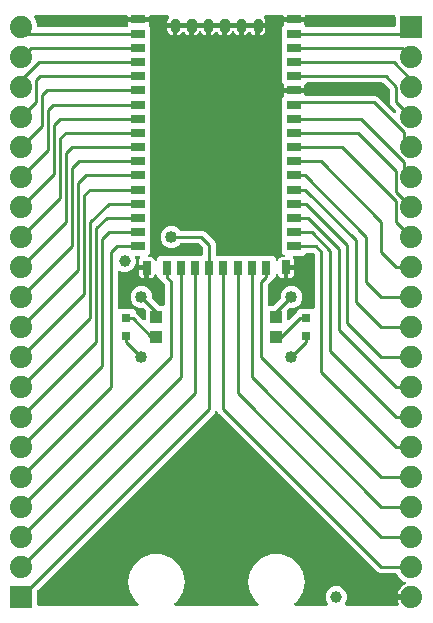
<source format=gbr>
G04 EAGLE Gerber RS-274X export*
G75*
%MOMM*%
%FSLAX34Y34*%
%LPD*%
%INTop Copper*%
%IPPOS*%
%AMOC8*
5,1,8,0,0,1.08239X$1,22.5*%
G01*
%ADD10R,1.200000X0.800000*%
%ADD11R,0.800000X1.200000*%
%ADD12C,0.600000*%
%ADD13R,0.800000X0.800000*%
%ADD14R,1.879600X1.879600*%
%ADD15C,1.879600*%
%ADD16R,1.000000X1.100000*%
%ADD17C,1.000000*%
%ADD18C,1.016000*%
%ADD19C,0.254000*%

G36*
X126551Y297482D02*
X126551Y297482D01*
X126703Y297492D01*
X126709Y297494D01*
X126716Y297494D01*
X126861Y297543D01*
X127005Y297590D01*
X127011Y297593D01*
X127018Y297596D01*
X127145Y297678D01*
X127274Y297760D01*
X127279Y297765D01*
X127284Y297769D01*
X127388Y297881D01*
X127492Y297992D01*
X127495Y297998D01*
X127500Y298003D01*
X127572Y298137D01*
X127646Y298270D01*
X127647Y298277D01*
X127650Y298283D01*
X127687Y298431D01*
X127725Y298578D01*
X127726Y298587D01*
X127727Y298591D01*
X127727Y298602D01*
X127735Y298739D01*
X127735Y299384D01*
X130116Y301765D01*
X165196Y301765D01*
X165314Y301780D01*
X165433Y301787D01*
X165471Y301800D01*
X165512Y301805D01*
X165622Y301848D01*
X165735Y301885D01*
X165770Y301907D01*
X165807Y301922D01*
X165903Y301991D01*
X166004Y302055D01*
X166032Y302085D01*
X166065Y302108D01*
X166141Y302200D01*
X166222Y302287D01*
X166242Y302322D01*
X166267Y302353D01*
X166318Y302461D01*
X166376Y302565D01*
X166386Y302605D01*
X166403Y302641D01*
X166425Y302758D01*
X166455Y302873D01*
X166459Y302933D01*
X166463Y302953D01*
X166461Y302974D01*
X166465Y303034D01*
X166465Y308065D01*
X166453Y308163D01*
X166450Y308262D01*
X166433Y308320D01*
X166425Y308380D01*
X166389Y308472D01*
X166361Y308567D01*
X166331Y308619D01*
X166308Y308676D01*
X166250Y308756D01*
X166200Y308841D01*
X166134Y308917D01*
X166122Y308933D01*
X166112Y308941D01*
X166094Y308962D01*
X163262Y311794D01*
X163184Y311854D01*
X163112Y311922D01*
X163059Y311951D01*
X163011Y311988D01*
X162920Y312028D01*
X162833Y312076D01*
X162775Y312091D01*
X162719Y312115D01*
X162621Y312130D01*
X162525Y312155D01*
X162425Y312161D01*
X162405Y312165D01*
X162393Y312163D01*
X162365Y312165D01*
X147824Y312165D01*
X147725Y312153D01*
X147626Y312150D01*
X147568Y312133D01*
X147508Y312125D01*
X147416Y312089D01*
X147321Y312061D01*
X147269Y312031D01*
X147212Y312008D01*
X147132Y311950D01*
X147047Y311900D01*
X146972Y311834D01*
X146955Y311822D01*
X146947Y311812D01*
X146926Y311794D01*
X144880Y309747D01*
X141519Y308355D01*
X137881Y308355D01*
X134520Y309747D01*
X131947Y312320D01*
X130555Y315681D01*
X130555Y319319D01*
X131947Y322680D01*
X134520Y325253D01*
X137881Y326645D01*
X141519Y326645D01*
X144880Y325253D01*
X146926Y323206D01*
X147004Y323146D01*
X147076Y323078D01*
X147129Y323049D01*
X147177Y323012D01*
X147268Y322972D01*
X147355Y322924D01*
X147414Y322909D01*
X147469Y322885D01*
X147567Y322870D01*
X147663Y322845D01*
X147763Y322839D01*
X147783Y322835D01*
X147796Y322837D01*
X147824Y322835D01*
X166161Y322835D01*
X168122Y322023D01*
X176323Y313822D01*
X177135Y311861D01*
X177135Y303034D01*
X177150Y302916D01*
X177157Y302797D01*
X177170Y302759D01*
X177175Y302718D01*
X177218Y302608D01*
X177255Y302495D01*
X177277Y302460D01*
X177292Y302423D01*
X177361Y302327D01*
X177425Y302226D01*
X177455Y302198D01*
X177478Y302165D01*
X177570Y302089D01*
X177657Y302008D01*
X177692Y301988D01*
X177723Y301963D01*
X177831Y301912D01*
X177935Y301854D01*
X177975Y301844D01*
X178011Y301827D01*
X178128Y301805D01*
X178243Y301775D01*
X178303Y301771D01*
X178323Y301767D01*
X178344Y301769D01*
X178404Y301765D01*
X225484Y301765D01*
X227865Y299384D01*
X227865Y298839D01*
X227884Y298687D01*
X227901Y298536D01*
X227904Y298530D01*
X227905Y298523D01*
X227961Y298381D01*
X228015Y298239D01*
X228019Y298234D01*
X228022Y298228D01*
X228111Y298104D01*
X228199Y297980D01*
X228204Y297976D01*
X228208Y297970D01*
X228326Y297873D01*
X228442Y297775D01*
X228448Y297772D01*
X228453Y297767D01*
X228590Y297703D01*
X228728Y297636D01*
X228735Y297635D01*
X228741Y297632D01*
X228889Y297604D01*
X229040Y297573D01*
X229047Y297573D01*
X229053Y297572D01*
X229205Y297582D01*
X229358Y297589D01*
X229364Y297591D01*
X229371Y297592D01*
X229515Y297639D01*
X229661Y297684D01*
X229667Y297688D01*
X229673Y297690D01*
X229802Y297771D01*
X229932Y297852D01*
X229936Y297856D01*
X229942Y297860D01*
X230047Y297971D01*
X230152Y298081D01*
X230155Y298087D01*
X230160Y298092D01*
X230234Y298225D01*
X230309Y298358D01*
X230311Y298366D01*
X230314Y298370D01*
X230316Y298381D01*
X230360Y298510D01*
X230432Y298781D01*
X230767Y299360D01*
X231240Y299833D01*
X231819Y300168D01*
X232466Y300341D01*
X234347Y300341D01*
X234484Y300358D01*
X234623Y300371D01*
X234642Y300378D01*
X234662Y300381D01*
X234791Y300432D01*
X234922Y300479D01*
X234939Y300490D01*
X234958Y300498D01*
X235070Y300579D01*
X235185Y300657D01*
X235199Y300673D01*
X235215Y300684D01*
X235304Y300792D01*
X235396Y300896D01*
X235405Y300914D01*
X235418Y300929D01*
X235477Y301055D01*
X235540Y301179D01*
X235545Y301199D01*
X235554Y301217D01*
X235580Y301354D01*
X235610Y301489D01*
X235610Y301510D01*
X235613Y301529D01*
X235605Y301668D01*
X235600Y301807D01*
X235595Y301827D01*
X235594Y301847D01*
X235551Y301979D01*
X235512Y302113D01*
X235502Y302130D01*
X235496Y302149D01*
X235421Y302267D01*
X235351Y302387D01*
X235332Y302408D01*
X235325Y302418D01*
X235310Y302432D01*
X235244Y302507D01*
X233735Y304016D01*
X233735Y435384D01*
X234888Y436536D01*
X234948Y436614D01*
X235016Y436686D01*
X235045Y436739D01*
X235082Y436787D01*
X235122Y436878D01*
X235170Y436965D01*
X235185Y437023D01*
X235209Y437079D01*
X235224Y437177D01*
X235249Y437273D01*
X235255Y437373D01*
X235259Y437393D01*
X235257Y437405D01*
X235259Y437433D01*
X235259Y439701D01*
X243070Y439701D01*
X243188Y439716D01*
X243307Y439723D01*
X243345Y439735D01*
X243385Y439741D01*
X243496Y439784D01*
X243609Y439821D01*
X243643Y439843D01*
X243681Y439858D01*
X243777Y439927D01*
X243794Y439938D01*
X243818Y439924D01*
X243850Y439899D01*
X243957Y439848D01*
X244062Y439790D01*
X244101Y439780D01*
X244137Y439763D01*
X244254Y439741D01*
X244370Y439711D01*
X244430Y439707D01*
X244450Y439703D01*
X244470Y439705D01*
X244530Y439701D01*
X252341Y439701D01*
X252341Y438404D01*
X252356Y438286D01*
X252363Y438167D01*
X252375Y438129D01*
X252381Y438088D01*
X252424Y437978D01*
X252461Y437865D01*
X252483Y437830D01*
X252498Y437793D01*
X252567Y437697D01*
X252631Y437596D01*
X252661Y437568D01*
X252684Y437535D01*
X252776Y437459D01*
X252863Y437378D01*
X252898Y437358D01*
X252929Y437333D01*
X253037Y437282D01*
X253141Y437224D01*
X253181Y437214D01*
X253217Y437197D01*
X253334Y437175D01*
X253449Y437145D01*
X253509Y437141D01*
X253529Y437137D01*
X253550Y437139D01*
X253610Y437135D01*
X312211Y437135D01*
X314172Y436323D01*
X327883Y422611D01*
X327922Y422581D01*
X327956Y422544D01*
X328047Y422484D01*
X328134Y422417D01*
X328180Y422397D01*
X328221Y422369D01*
X328325Y422334D01*
X328426Y422290D01*
X328475Y422282D01*
X328522Y422266D01*
X328631Y422258D01*
X328740Y422240D01*
X328790Y422245D01*
X328839Y422241D01*
X328947Y422260D01*
X329057Y422270D01*
X329104Y422287D01*
X329153Y422295D01*
X329253Y422341D01*
X329356Y422378D01*
X329397Y422406D01*
X329443Y422426D01*
X329528Y422495D01*
X329619Y422556D01*
X329652Y422594D01*
X329691Y422625D01*
X329757Y422712D01*
X329830Y422795D01*
X329852Y422839D01*
X329882Y422879D01*
X329953Y423023D01*
X330062Y423286D01*
X330070Y423314D01*
X330083Y423340D01*
X330111Y423467D01*
X330146Y423592D01*
X330146Y423622D01*
X330153Y423651D01*
X330149Y423781D01*
X330151Y423910D01*
X330144Y423939D01*
X330143Y423969D01*
X330107Y424093D01*
X330077Y424220D01*
X330063Y424246D01*
X330055Y424274D01*
X329989Y424386D01*
X329928Y424501D01*
X329908Y424523D01*
X329893Y424548D01*
X329787Y424669D01*
X325677Y428778D01*
X324865Y430739D01*
X324865Y441765D01*
X324853Y441863D01*
X324850Y441962D01*
X324833Y442020D01*
X324825Y442080D01*
X324789Y442172D01*
X324761Y442267D01*
X324731Y442319D01*
X324708Y442376D01*
X324650Y442456D01*
X324600Y442541D01*
X324534Y442617D01*
X324522Y442633D01*
X324512Y442641D01*
X324494Y442662D01*
X319162Y447994D01*
X319084Y448054D01*
X319012Y448122D01*
X318959Y448151D01*
X318911Y448188D01*
X318820Y448228D01*
X318733Y448276D01*
X318675Y448291D01*
X318619Y448315D01*
X318521Y448330D01*
X318425Y448355D01*
X318325Y448361D01*
X318305Y448365D01*
X318293Y448363D01*
X318265Y448365D01*
X254739Y448365D01*
X254641Y448353D01*
X254542Y448350D01*
X254484Y448333D01*
X254424Y448325D01*
X254332Y448289D01*
X254237Y448261D01*
X254185Y448231D01*
X254128Y448208D01*
X254048Y448150D01*
X253963Y448100D01*
X253887Y448034D01*
X253871Y448022D01*
X253863Y448012D01*
X253842Y447994D01*
X252712Y446864D01*
X252652Y446786D01*
X252584Y446714D01*
X252555Y446661D01*
X252518Y446613D01*
X252478Y446522D01*
X252430Y446435D01*
X252415Y446377D01*
X252391Y446321D01*
X252376Y446223D01*
X252351Y446127D01*
X252345Y446027D01*
X252341Y446007D01*
X252343Y445995D01*
X252341Y445967D01*
X252341Y443699D01*
X244530Y443699D01*
X244412Y443684D01*
X244293Y443677D01*
X244255Y443664D01*
X244215Y443659D01*
X244104Y443616D01*
X243991Y443579D01*
X243957Y443557D01*
X243919Y443542D01*
X243823Y443473D01*
X243806Y443462D01*
X243782Y443476D01*
X243750Y443501D01*
X243643Y443552D01*
X243538Y443610D01*
X243499Y443620D01*
X243463Y443637D01*
X243346Y443659D01*
X243230Y443689D01*
X243170Y443693D01*
X243150Y443697D01*
X243130Y443695D01*
X243070Y443699D01*
X235259Y443699D01*
X235259Y445967D01*
X235247Y446065D01*
X235244Y446164D01*
X235227Y446222D01*
X235219Y446282D01*
X235183Y446374D01*
X235155Y446469D01*
X235125Y446521D01*
X235102Y446578D01*
X235044Y446658D01*
X234994Y446743D01*
X234928Y446819D01*
X234916Y446835D01*
X234906Y446843D01*
X234888Y446864D01*
X233735Y448016D01*
X233735Y495384D01*
X234888Y496536D01*
X234948Y496614D01*
X235016Y496686D01*
X235045Y496739D01*
X235082Y496787D01*
X235122Y496878D01*
X235170Y496965D01*
X235185Y497023D01*
X235209Y497079D01*
X235224Y497177D01*
X235249Y497273D01*
X235255Y497373D01*
X235259Y497393D01*
X235257Y497405D01*
X235259Y497433D01*
X235259Y499701D01*
X243070Y499701D01*
X243188Y499716D01*
X243307Y499723D01*
X243345Y499735D01*
X243385Y499741D01*
X243496Y499784D01*
X243609Y499821D01*
X243643Y499843D01*
X243681Y499858D01*
X243777Y499927D01*
X243794Y499938D01*
X243818Y499924D01*
X243850Y499899D01*
X243957Y499848D01*
X244062Y499790D01*
X244101Y499780D01*
X244137Y499763D01*
X244254Y499741D01*
X244370Y499711D01*
X244430Y499707D01*
X244450Y499703D01*
X244470Y499705D01*
X244530Y499701D01*
X252341Y499701D01*
X252341Y497433D01*
X252353Y497335D01*
X252356Y497236D01*
X252373Y497178D01*
X252381Y497118D01*
X252417Y497026D01*
X252445Y496931D01*
X252475Y496879D01*
X252498Y496822D01*
X252556Y496742D01*
X252606Y496657D01*
X252673Y496581D01*
X252684Y496565D01*
X252694Y496557D01*
X252712Y496536D01*
X253842Y495406D01*
X253920Y495346D01*
X253992Y495278D01*
X254045Y495249D01*
X254093Y495212D01*
X254184Y495172D01*
X254271Y495124D01*
X254329Y495109D01*
X254385Y495085D01*
X254483Y495070D01*
X254579Y495045D01*
X254679Y495039D01*
X254699Y495035D01*
X254711Y495037D01*
X254739Y495035D01*
X328168Y495035D01*
X328286Y495050D01*
X328405Y495057D01*
X328443Y495070D01*
X328484Y495075D01*
X328594Y495118D01*
X328707Y495155D01*
X328742Y495177D01*
X328779Y495192D01*
X328875Y495261D01*
X328976Y495325D01*
X329004Y495355D01*
X329037Y495378D01*
X329113Y495470D01*
X329194Y495557D01*
X329214Y495592D01*
X329239Y495623D01*
X329290Y495731D01*
X329348Y495835D01*
X329358Y495875D01*
X329375Y495911D01*
X329397Y496028D01*
X329427Y496143D01*
X329431Y496203D01*
X329435Y496223D01*
X329433Y496244D01*
X329437Y496304D01*
X329437Y503936D01*
X329422Y504054D01*
X329415Y504173D01*
X329402Y504211D01*
X329397Y504252D01*
X329354Y504362D01*
X329317Y504475D01*
X329295Y504510D01*
X329280Y504547D01*
X329211Y504643D01*
X329147Y504744D01*
X329117Y504772D01*
X329094Y504805D01*
X329002Y504881D01*
X328915Y504962D01*
X328880Y504982D01*
X328849Y505007D01*
X328741Y505058D01*
X328637Y505116D01*
X328597Y505126D01*
X328561Y505143D01*
X328444Y505165D01*
X328329Y505195D01*
X328269Y505199D01*
X328249Y505203D01*
X328228Y505201D01*
X328168Y505205D01*
X253610Y505205D01*
X253492Y505190D01*
X253373Y505183D01*
X253335Y505170D01*
X253294Y505165D01*
X253184Y505122D01*
X253071Y505085D01*
X253036Y505063D01*
X252999Y505048D01*
X252903Y504979D01*
X252802Y504915D01*
X252774Y504885D01*
X252741Y504862D01*
X252665Y504770D01*
X252584Y504683D01*
X252564Y504648D01*
X252539Y504617D01*
X252488Y504509D01*
X252430Y504405D01*
X252420Y504365D01*
X252403Y504329D01*
X252381Y504212D01*
X252351Y504097D01*
X252347Y504037D01*
X252343Y504017D01*
X252345Y503996D01*
X252341Y503936D01*
X252341Y503699D01*
X244530Y503699D01*
X244412Y503684D01*
X244293Y503677D01*
X244255Y503664D01*
X244215Y503659D01*
X244104Y503616D01*
X243991Y503579D01*
X243957Y503557D01*
X243919Y503542D01*
X243823Y503473D01*
X243806Y503462D01*
X243782Y503476D01*
X243750Y503501D01*
X243643Y503552D01*
X243538Y503610D01*
X243499Y503620D01*
X243463Y503637D01*
X243346Y503659D01*
X243230Y503689D01*
X243170Y503693D01*
X243150Y503697D01*
X243130Y503695D01*
X243070Y503699D01*
X235259Y503699D01*
X235259Y503936D01*
X235244Y504054D01*
X235237Y504173D01*
X235224Y504211D01*
X235219Y504252D01*
X235176Y504362D01*
X235139Y504475D01*
X235117Y504510D01*
X235102Y504547D01*
X235033Y504643D01*
X234969Y504744D01*
X234939Y504772D01*
X234916Y504805D01*
X234824Y504881D01*
X234737Y504962D01*
X234702Y504982D01*
X234671Y505007D01*
X234563Y505058D01*
X234459Y505116D01*
X234419Y505126D01*
X234383Y505143D01*
X234266Y505165D01*
X234151Y505195D01*
X234091Y505199D01*
X234071Y505203D01*
X234050Y505201D01*
X233990Y505205D01*
X219160Y505205D01*
X219145Y505203D01*
X219130Y505205D01*
X218988Y505184D01*
X218844Y505165D01*
X218831Y505160D01*
X218816Y505158D01*
X218682Y505101D01*
X218549Y505048D01*
X218537Y505040D01*
X218523Y505034D01*
X218408Y504946D01*
X218291Y504862D01*
X218282Y504850D01*
X218270Y504841D01*
X218181Y504728D01*
X218088Y504617D01*
X218082Y504603D01*
X218073Y504592D01*
X218014Y504459D01*
X217953Y504329D01*
X217950Y504314D01*
X217944Y504301D01*
X217920Y504158D01*
X217893Y504017D01*
X217894Y504002D01*
X217892Y503987D01*
X217904Y503842D01*
X217913Y503699D01*
X217917Y503685D01*
X217919Y503670D01*
X217967Y503533D01*
X218011Y503397D01*
X218019Y503384D01*
X218024Y503370D01*
X218105Y503231D01*
X218710Y502324D01*
X219128Y501316D01*
X219341Y500246D01*
X219341Y498699D01*
X213530Y498699D01*
X213412Y498684D01*
X213293Y498677D01*
X213255Y498664D01*
X213215Y498659D01*
X213104Y498616D01*
X212991Y498579D01*
X212957Y498557D01*
X212919Y498542D01*
X212823Y498473D01*
X212806Y498462D01*
X212782Y498476D01*
X212750Y498501D01*
X212643Y498552D01*
X212538Y498610D01*
X212499Y498620D01*
X212463Y498637D01*
X212346Y498659D01*
X212230Y498689D01*
X212170Y498693D01*
X212150Y498697D01*
X212130Y498695D01*
X212070Y498699D01*
X199530Y498699D01*
X199412Y498684D01*
X199293Y498677D01*
X199255Y498664D01*
X199215Y498659D01*
X199104Y498616D01*
X198991Y498579D01*
X198957Y498557D01*
X198919Y498542D01*
X198823Y498473D01*
X198806Y498462D01*
X198782Y498476D01*
X198750Y498501D01*
X198643Y498552D01*
X198538Y498610D01*
X198499Y498620D01*
X198463Y498637D01*
X198346Y498659D01*
X198230Y498689D01*
X198170Y498693D01*
X198150Y498697D01*
X198130Y498695D01*
X198070Y498699D01*
X185530Y498699D01*
X185412Y498684D01*
X185293Y498677D01*
X185255Y498664D01*
X185215Y498659D01*
X185104Y498616D01*
X184991Y498579D01*
X184957Y498557D01*
X184919Y498542D01*
X184823Y498473D01*
X184806Y498462D01*
X184782Y498476D01*
X184750Y498501D01*
X184643Y498552D01*
X184538Y498610D01*
X184499Y498620D01*
X184463Y498637D01*
X184346Y498659D01*
X184230Y498689D01*
X184170Y498693D01*
X184150Y498697D01*
X184130Y498695D01*
X184070Y498699D01*
X171530Y498699D01*
X171412Y498684D01*
X171293Y498677D01*
X171255Y498664D01*
X171215Y498659D01*
X171104Y498616D01*
X170991Y498579D01*
X170957Y498557D01*
X170919Y498542D01*
X170823Y498473D01*
X170806Y498462D01*
X170782Y498476D01*
X170750Y498501D01*
X170643Y498552D01*
X170538Y498610D01*
X170499Y498620D01*
X170463Y498637D01*
X170346Y498659D01*
X170230Y498689D01*
X170170Y498693D01*
X170150Y498697D01*
X170130Y498695D01*
X170070Y498699D01*
X157530Y498699D01*
X157412Y498684D01*
X157293Y498677D01*
X157255Y498664D01*
X157215Y498659D01*
X157104Y498616D01*
X156991Y498579D01*
X156957Y498557D01*
X156919Y498542D01*
X156823Y498473D01*
X156806Y498462D01*
X156782Y498476D01*
X156750Y498501D01*
X156643Y498552D01*
X156538Y498610D01*
X156499Y498620D01*
X156463Y498637D01*
X156346Y498659D01*
X156230Y498689D01*
X156170Y498693D01*
X156150Y498697D01*
X156130Y498695D01*
X156070Y498699D01*
X143530Y498699D01*
X143412Y498684D01*
X143293Y498677D01*
X143255Y498664D01*
X143215Y498659D01*
X143104Y498616D01*
X142991Y498579D01*
X142957Y498557D01*
X142919Y498542D01*
X142823Y498473D01*
X142806Y498462D01*
X142782Y498476D01*
X142750Y498501D01*
X142643Y498552D01*
X142538Y498610D01*
X142499Y498620D01*
X142463Y498637D01*
X142346Y498659D01*
X142230Y498689D01*
X142170Y498693D01*
X142150Y498697D01*
X142130Y498695D01*
X142070Y498699D01*
X136259Y498699D01*
X136259Y500246D01*
X136472Y501316D01*
X136890Y502324D01*
X137495Y503231D01*
X137502Y503244D01*
X137512Y503255D01*
X137573Y503386D01*
X137638Y503515D01*
X137641Y503530D01*
X137647Y503543D01*
X137674Y503684D01*
X137705Y503826D01*
X137704Y503841D01*
X137707Y503856D01*
X137698Y503999D01*
X137692Y504144D01*
X137688Y504158D01*
X137687Y504173D01*
X137643Y504310D01*
X137601Y504449D01*
X137594Y504461D01*
X137589Y504475D01*
X137512Y504597D01*
X137437Y504721D01*
X137427Y504732D01*
X137419Y504744D01*
X137314Y504843D01*
X137211Y504945D01*
X137198Y504952D01*
X137187Y504962D01*
X137061Y505032D01*
X136936Y505104D01*
X136922Y505108D01*
X136909Y505116D01*
X136769Y505152D01*
X136630Y505191D01*
X136615Y505191D01*
X136601Y505195D01*
X136440Y505205D01*
X121610Y505205D01*
X121492Y505190D01*
X121373Y505183D01*
X121335Y505170D01*
X121294Y505165D01*
X121184Y505122D01*
X121071Y505085D01*
X121036Y505063D01*
X120999Y505048D01*
X120903Y504979D01*
X120802Y504915D01*
X120774Y504885D01*
X120741Y504862D01*
X120665Y504770D01*
X120584Y504683D01*
X120564Y504648D01*
X120539Y504617D01*
X120488Y504509D01*
X120430Y504405D01*
X120420Y504365D01*
X120403Y504329D01*
X120381Y504212D01*
X120351Y504097D01*
X120347Y504037D01*
X120343Y504017D01*
X120345Y503996D01*
X120341Y503936D01*
X120341Y503699D01*
X112530Y503699D01*
X112412Y503684D01*
X112293Y503677D01*
X112255Y503664D01*
X112215Y503659D01*
X112104Y503616D01*
X111991Y503579D01*
X111957Y503557D01*
X111919Y503542D01*
X111823Y503473D01*
X111806Y503462D01*
X111782Y503476D01*
X111750Y503501D01*
X111643Y503552D01*
X111538Y503610D01*
X111499Y503620D01*
X111463Y503637D01*
X111346Y503659D01*
X111230Y503689D01*
X111170Y503693D01*
X111150Y503697D01*
X111130Y503695D01*
X111070Y503699D01*
X103259Y503699D01*
X103259Y503936D01*
X103244Y504054D01*
X103237Y504173D01*
X103224Y504211D01*
X103219Y504252D01*
X103176Y504362D01*
X103139Y504475D01*
X103117Y504510D01*
X103102Y504547D01*
X103033Y504643D01*
X102969Y504744D01*
X102939Y504772D01*
X102916Y504805D01*
X102824Y504881D01*
X102737Y504962D01*
X102702Y504982D01*
X102671Y505007D01*
X102563Y505058D01*
X102459Y505116D01*
X102419Y505126D01*
X102383Y505143D01*
X102266Y505165D01*
X102151Y505195D01*
X102091Y505199D01*
X102071Y505203D01*
X102050Y505201D01*
X101990Y505205D01*
X24898Y505205D01*
X24760Y505188D01*
X24622Y505175D01*
X24603Y505168D01*
X24583Y505165D01*
X24453Y505114D01*
X24322Y505067D01*
X24306Y505056D01*
X24287Y505048D01*
X24174Y504967D01*
X24059Y504889D01*
X24046Y504873D01*
X24030Y504862D01*
X23941Y504754D01*
X23849Y504650D01*
X23840Y504632D01*
X23827Y504617D01*
X23768Y504491D01*
X23704Y504367D01*
X23700Y504347D01*
X23691Y504329D01*
X23665Y504193D01*
X23635Y504057D01*
X23635Y504036D01*
X23631Y504017D01*
X23640Y503878D01*
X23644Y503739D01*
X23650Y503719D01*
X23651Y503699D01*
X23694Y503567D01*
X23733Y503433D01*
X23743Y503416D01*
X23749Y503397D01*
X23824Y503279D01*
X23894Y503159D01*
X23913Y503138D01*
X23919Y503128D01*
X23934Y503114D01*
X24001Y503038D01*
X24113Y502926D01*
X26163Y497978D01*
X26163Y496304D01*
X26178Y496186D01*
X26185Y496067D01*
X26198Y496029D01*
X26203Y495988D01*
X26246Y495878D01*
X26283Y495765D01*
X26305Y495730D01*
X26320Y495693D01*
X26389Y495597D01*
X26453Y495496D01*
X26483Y495468D01*
X26506Y495435D01*
X26598Y495359D01*
X26685Y495278D01*
X26720Y495258D01*
X26751Y495233D01*
X26859Y495182D01*
X26963Y495124D01*
X27003Y495114D01*
X27039Y495097D01*
X27156Y495075D01*
X27271Y495045D01*
X27331Y495041D01*
X27351Y495037D01*
X27372Y495039D01*
X27432Y495035D01*
X100861Y495035D01*
X100959Y495047D01*
X101058Y495050D01*
X101116Y495067D01*
X101176Y495075D01*
X101268Y495111D01*
X101363Y495139D01*
X101416Y495169D01*
X101472Y495192D01*
X101552Y495250D01*
X101637Y495300D01*
X101713Y495366D01*
X101729Y495378D01*
X101737Y495388D01*
X101758Y495406D01*
X102888Y496536D01*
X102948Y496614D01*
X103016Y496686D01*
X103045Y496739D01*
X103082Y496787D01*
X103122Y496878D01*
X103170Y496965D01*
X103185Y497023D01*
X103209Y497079D01*
X103224Y497177D01*
X103249Y497273D01*
X103255Y497373D01*
X103259Y497393D01*
X103257Y497405D01*
X103259Y497433D01*
X103259Y499701D01*
X111070Y499701D01*
X111188Y499716D01*
X111307Y499723D01*
X111345Y499735D01*
X111385Y499741D01*
X111496Y499784D01*
X111609Y499821D01*
X111643Y499843D01*
X111681Y499858D01*
X111777Y499927D01*
X111794Y499938D01*
X111818Y499924D01*
X111850Y499899D01*
X111957Y499848D01*
X112062Y499790D01*
X112101Y499780D01*
X112137Y499763D01*
X112254Y499741D01*
X112370Y499711D01*
X112430Y499707D01*
X112450Y499703D01*
X112470Y499705D01*
X112530Y499701D01*
X120341Y499701D01*
X120341Y497433D01*
X120353Y497335D01*
X120356Y497236D01*
X120373Y497178D01*
X120381Y497118D01*
X120417Y497026D01*
X120445Y496931D01*
X120475Y496878D01*
X120498Y496822D01*
X120556Y496742D01*
X120606Y496657D01*
X120673Y496581D01*
X120684Y496565D01*
X120694Y496557D01*
X120712Y496536D01*
X121865Y495384D01*
X121865Y304016D01*
X120256Y302407D01*
X120170Y302297D01*
X120082Y302190D01*
X120073Y302172D01*
X120061Y302156D01*
X120006Y302028D01*
X119946Y301903D01*
X119943Y301883D01*
X119935Y301864D01*
X119913Y301727D01*
X119887Y301590D01*
X119888Y301570D01*
X119885Y301550D01*
X119898Y301411D01*
X119906Y301273D01*
X119913Y301254D01*
X119915Y301234D01*
X119962Y301103D01*
X120004Y300970D01*
X120015Y300953D01*
X120022Y300934D01*
X120100Y300819D01*
X120175Y300702D01*
X120189Y300688D01*
X120201Y300671D01*
X120305Y300579D01*
X120406Y300484D01*
X120424Y300474D01*
X120439Y300461D01*
X120563Y300397D01*
X120685Y300330D01*
X120704Y300325D01*
X120722Y300316D01*
X120858Y300286D01*
X120993Y300251D01*
X121021Y300249D01*
X121033Y300246D01*
X121053Y300247D01*
X121153Y300241D01*
X123134Y300241D01*
X123781Y300068D01*
X124360Y299733D01*
X124833Y299260D01*
X125168Y298681D01*
X125240Y298410D01*
X125298Y298269D01*
X125354Y298128D01*
X125358Y298122D01*
X125360Y298116D01*
X125452Y297992D01*
X125540Y297870D01*
X125546Y297866D01*
X125550Y297861D01*
X125668Y297765D01*
X125785Y297667D01*
X125792Y297665D01*
X125797Y297660D01*
X125937Y297596D01*
X126073Y297532D01*
X126080Y297531D01*
X126086Y297528D01*
X126237Y297500D01*
X126386Y297472D01*
X126392Y297473D01*
X126399Y297471D01*
X126551Y297482D01*
G37*
G36*
X110710Y5339D02*
X110710Y5339D01*
X110746Y5337D01*
X110868Y5359D01*
X110991Y5375D01*
X111024Y5388D01*
X111058Y5394D01*
X111171Y5446D01*
X111286Y5492D01*
X111315Y5512D01*
X111347Y5527D01*
X111443Y5606D01*
X111544Y5678D01*
X111566Y5706D01*
X111594Y5728D01*
X111667Y5828D01*
X111747Y5923D01*
X111762Y5955D01*
X111783Y5984D01*
X111829Y6099D01*
X111882Y6211D01*
X111889Y6246D01*
X111902Y6279D01*
X111919Y6402D01*
X111942Y6523D01*
X111940Y6559D01*
X111944Y6594D01*
X111930Y6717D01*
X111922Y6841D01*
X111911Y6875D01*
X111907Y6910D01*
X111862Y7025D01*
X111824Y7143D01*
X111805Y7173D01*
X111792Y7206D01*
X111720Y7307D01*
X111654Y7412D01*
X111628Y7436D01*
X111608Y7465D01*
X111491Y7576D01*
X108625Y9981D01*
X104459Y17196D01*
X103013Y25400D01*
X104459Y33604D01*
X108625Y40819D01*
X115006Y46173D01*
X122835Y49023D01*
X131165Y49023D01*
X138994Y46173D01*
X145375Y40819D01*
X149541Y33604D01*
X150987Y25400D01*
X149541Y17196D01*
X145375Y9981D01*
X142509Y7576D01*
X142485Y7550D01*
X142456Y7530D01*
X142377Y7434D01*
X142293Y7343D01*
X142276Y7312D01*
X142253Y7285D01*
X142201Y7172D01*
X142142Y7063D01*
X142133Y7029D01*
X142118Y6997D01*
X142095Y6875D01*
X142065Y6755D01*
X142065Y6719D01*
X142058Y6684D01*
X142066Y6561D01*
X142067Y6437D01*
X142076Y6402D01*
X142078Y6367D01*
X142116Y6249D01*
X142148Y6129D01*
X142165Y6098D01*
X142176Y6065D01*
X142242Y5960D01*
X142303Y5851D01*
X142327Y5826D01*
X142346Y5796D01*
X142436Y5711D01*
X142522Y5621D01*
X142552Y5602D01*
X142578Y5578D01*
X142686Y5518D01*
X142791Y5452D01*
X142825Y5441D01*
X142856Y5424D01*
X142976Y5393D01*
X143094Y5356D01*
X143130Y5354D01*
X143164Y5345D01*
X143325Y5335D01*
X212275Y5335D01*
X212310Y5339D01*
X212346Y5337D01*
X212468Y5359D01*
X212591Y5375D01*
X212624Y5388D01*
X212658Y5394D01*
X212771Y5446D01*
X212886Y5492D01*
X212915Y5512D01*
X212947Y5527D01*
X213043Y5606D01*
X213144Y5678D01*
X213166Y5706D01*
X213194Y5728D01*
X213267Y5828D01*
X213347Y5923D01*
X213362Y5955D01*
X213383Y5984D01*
X213429Y6099D01*
X213482Y6211D01*
X213489Y6246D01*
X213502Y6279D01*
X213519Y6402D01*
X213542Y6523D01*
X213540Y6559D01*
X213544Y6594D01*
X213530Y6717D01*
X213522Y6841D01*
X213511Y6875D01*
X213507Y6910D01*
X213462Y7025D01*
X213424Y7143D01*
X213405Y7173D01*
X213392Y7206D01*
X213320Y7307D01*
X213254Y7412D01*
X213228Y7436D01*
X213208Y7465D01*
X213091Y7576D01*
X210225Y9981D01*
X206059Y17196D01*
X204613Y25400D01*
X206059Y33604D01*
X210225Y40819D01*
X216606Y46173D01*
X224435Y49023D01*
X232765Y49023D01*
X240594Y46173D01*
X246975Y40819D01*
X251141Y33604D01*
X252587Y25400D01*
X251141Y17196D01*
X246975Y9981D01*
X244109Y7576D01*
X244085Y7550D01*
X244056Y7530D01*
X243977Y7434D01*
X243893Y7343D01*
X243876Y7312D01*
X243853Y7285D01*
X243801Y7172D01*
X243742Y7063D01*
X243733Y7029D01*
X243718Y6997D01*
X243695Y6875D01*
X243665Y6755D01*
X243665Y6719D01*
X243658Y6684D01*
X243666Y6561D01*
X243667Y6437D01*
X243676Y6402D01*
X243678Y6367D01*
X243716Y6249D01*
X243748Y6129D01*
X243765Y6098D01*
X243776Y6065D01*
X243842Y5960D01*
X243903Y5851D01*
X243927Y5826D01*
X243946Y5796D01*
X244036Y5711D01*
X244122Y5621D01*
X244152Y5602D01*
X244178Y5578D01*
X244286Y5518D01*
X244391Y5452D01*
X244425Y5441D01*
X244456Y5424D01*
X244576Y5393D01*
X244694Y5356D01*
X244730Y5354D01*
X244764Y5345D01*
X244925Y5335D01*
X270882Y5335D01*
X271019Y5352D01*
X271158Y5365D01*
X271177Y5372D01*
X271197Y5375D01*
X271326Y5426D01*
X271457Y5473D01*
X271474Y5484D01*
X271493Y5492D01*
X271605Y5573D01*
X271720Y5651D01*
X271734Y5667D01*
X271750Y5678D01*
X271839Y5786D01*
X271931Y5890D01*
X271940Y5908D01*
X271953Y5923D01*
X272012Y6049D01*
X272075Y6173D01*
X272080Y6193D01*
X272088Y6211D01*
X272115Y6348D01*
X272145Y6483D01*
X272144Y6504D01*
X272148Y6523D01*
X272140Y6662D01*
X272135Y6801D01*
X272130Y6821D01*
X272129Y6841D01*
X272086Y6973D01*
X272047Y7107D01*
X272037Y7124D01*
X272030Y7143D01*
X271956Y7261D01*
X271885Y7381D01*
X271867Y7402D01*
X271860Y7412D01*
X271845Y7426D01*
X271779Y7502D01*
X271715Y7565D01*
X270335Y10897D01*
X270335Y14503D01*
X271715Y17835D01*
X274265Y20385D01*
X277597Y21765D01*
X281203Y21765D01*
X284535Y20385D01*
X287085Y17835D01*
X288465Y14503D01*
X288465Y10897D01*
X287085Y7565D01*
X287021Y7502D01*
X286936Y7392D01*
X286847Y7285D01*
X286838Y7266D01*
X286826Y7250D01*
X286771Y7123D01*
X286712Y6997D01*
X286708Y6977D01*
X286700Y6958D01*
X286678Y6821D01*
X286652Y6684D01*
X286653Y6664D01*
X286650Y6644D01*
X286663Y6506D01*
X286671Y6367D01*
X286678Y6348D01*
X286680Y6328D01*
X286727Y6197D01*
X286770Y6065D01*
X286780Y6047D01*
X286787Y6028D01*
X286865Y5913D01*
X286940Y5796D01*
X286954Y5782D01*
X286966Y5765D01*
X287070Y5673D01*
X287171Y5578D01*
X287189Y5568D01*
X287204Y5555D01*
X287328Y5492D01*
X287450Y5424D01*
X287469Y5419D01*
X287487Y5410D01*
X287623Y5380D01*
X287758Y5345D01*
X287786Y5343D01*
X287798Y5340D01*
X287818Y5341D01*
X287918Y5335D01*
X331182Y5335D01*
X331281Y5347D01*
X331380Y5350D01*
X331438Y5367D01*
X331498Y5375D01*
X331590Y5411D01*
X331686Y5439D01*
X331738Y5469D01*
X331794Y5492D01*
X331874Y5550D01*
X331960Y5601D01*
X332002Y5643D01*
X332051Y5678D01*
X332114Y5755D01*
X332185Y5825D01*
X332215Y5877D01*
X332254Y5923D01*
X332296Y6013D01*
X332347Y6099D01*
X332364Y6157D01*
X332389Y6211D01*
X332408Y6309D01*
X332436Y6404D01*
X332438Y6464D01*
X332449Y6523D01*
X332443Y6623D01*
X332446Y6722D01*
X332433Y6781D01*
X332429Y6841D01*
X332399Y6935D01*
X332377Y7032D01*
X332338Y7124D01*
X332331Y7143D01*
X332325Y7154D01*
X332313Y7180D01*
X331836Y8117D01*
X331255Y9904D01*
X331215Y10161D01*
X341630Y10161D01*
X341748Y10176D01*
X341867Y10183D01*
X341905Y10196D01*
X341945Y10201D01*
X342056Y10244D01*
X342169Y10281D01*
X342203Y10303D01*
X342241Y10318D01*
X342337Y10388D01*
X342438Y10451D01*
X342466Y10481D01*
X342498Y10504D01*
X342574Y10596D01*
X342656Y10683D01*
X342675Y10718D01*
X342701Y10749D01*
X342752Y10857D01*
X342809Y10961D01*
X342820Y11001D01*
X342837Y11037D01*
X342859Y11154D01*
X342889Y11269D01*
X342893Y11330D01*
X342897Y11350D01*
X342895Y11370D01*
X342899Y11430D01*
X342899Y13970D01*
X342884Y14088D01*
X342877Y14207D01*
X342864Y14245D01*
X342859Y14285D01*
X342815Y14396D01*
X342779Y14509D01*
X342757Y14544D01*
X342742Y14581D01*
X342672Y14677D01*
X342609Y14778D01*
X342579Y14806D01*
X342555Y14839D01*
X342464Y14914D01*
X342377Y14996D01*
X342342Y15016D01*
X342310Y15041D01*
X342203Y15092D01*
X342098Y15150D01*
X342059Y15160D01*
X342023Y15177D01*
X341906Y15199D01*
X341791Y15229D01*
X341730Y15233D01*
X341710Y15237D01*
X341690Y15235D01*
X341630Y15239D01*
X331215Y15239D01*
X331255Y15496D01*
X331836Y17283D01*
X332689Y18957D01*
X333794Y20478D01*
X335122Y21806D01*
X336643Y22911D01*
X337663Y23431D01*
X337737Y23481D01*
X337817Y23523D01*
X337869Y23570D01*
X337927Y23610D01*
X337986Y23677D01*
X338052Y23737D01*
X338091Y23796D01*
X338137Y23848D01*
X338177Y23928D01*
X338227Y24003D01*
X338250Y24069D01*
X338281Y24132D01*
X338301Y24219D01*
X338330Y24304D01*
X338336Y24373D01*
X338351Y24442D01*
X338348Y24531D01*
X338355Y24621D01*
X338343Y24690D01*
X338341Y24760D01*
X338316Y24846D01*
X338301Y24934D01*
X338272Y24998D01*
X338252Y25065D01*
X338207Y25142D01*
X338170Y25224D01*
X338126Y25279D01*
X338091Y25339D01*
X338027Y25402D01*
X337972Y25472D01*
X337916Y25514D01*
X337866Y25564D01*
X337789Y25610D01*
X337718Y25664D01*
X337605Y25719D01*
X337592Y25726D01*
X337586Y25728D01*
X337573Y25735D01*
X335274Y26687D01*
X331487Y30474D01*
X330862Y31982D01*
X330848Y32007D01*
X330839Y32035D01*
X330769Y32145D01*
X330705Y32258D01*
X330684Y32279D01*
X330668Y32304D01*
X330574Y32393D01*
X330483Y32486D01*
X330458Y32502D01*
X330437Y32522D01*
X330323Y32585D01*
X330212Y32653D01*
X330184Y32661D01*
X330158Y32676D01*
X330033Y32708D01*
X329908Y32746D01*
X329879Y32748D01*
X329850Y32755D01*
X329690Y32765D01*
X316439Y32765D01*
X314478Y33577D01*
X179277Y168778D01*
X178973Y169514D01*
X178904Y169635D01*
X178839Y169758D01*
X178825Y169773D01*
X178815Y169790D01*
X178718Y169890D01*
X178625Y169993D01*
X178608Y170004D01*
X178594Y170019D01*
X178475Y170091D01*
X178359Y170168D01*
X178340Y170174D01*
X178323Y170185D01*
X178190Y170226D01*
X178058Y170271D01*
X178038Y170273D01*
X178019Y170279D01*
X177880Y170285D01*
X177741Y170296D01*
X177721Y170293D01*
X177701Y170294D01*
X177565Y170266D01*
X177428Y170242D01*
X177409Y170233D01*
X177390Y170229D01*
X177265Y170169D01*
X177138Y170111D01*
X177122Y170098D01*
X177104Y170090D01*
X176999Y170000D01*
X176890Y169913D01*
X176877Y169896D01*
X176862Y169883D01*
X176782Y169770D01*
X176698Y169659D01*
X176686Y169633D01*
X176679Y169623D01*
X176672Y169604D01*
X176627Y169514D01*
X176323Y168778D01*
X26534Y18990D01*
X26474Y18912D01*
X26406Y18840D01*
X26377Y18787D01*
X26340Y18739D01*
X26300Y18648D01*
X26252Y18561D01*
X26237Y18503D01*
X26213Y18447D01*
X26198Y18349D01*
X26173Y18253D01*
X26167Y18153D01*
X26163Y18133D01*
X26165Y18121D01*
X26163Y18093D01*
X26163Y6604D01*
X26178Y6486D01*
X26185Y6367D01*
X26198Y6329D01*
X26203Y6288D01*
X26246Y6178D01*
X26283Y6065D01*
X26305Y6030D01*
X26320Y5993D01*
X26389Y5897D01*
X26453Y5796D01*
X26483Y5768D01*
X26506Y5735D01*
X26598Y5659D01*
X26685Y5578D01*
X26720Y5558D01*
X26751Y5533D01*
X26859Y5482D01*
X26963Y5424D01*
X27003Y5414D01*
X27039Y5397D01*
X27156Y5375D01*
X27271Y5345D01*
X27331Y5341D01*
X27351Y5337D01*
X27372Y5339D01*
X27432Y5335D01*
X110675Y5335D01*
X110710Y5339D01*
G37*
G36*
X238992Y247015D02*
X238992Y247015D01*
X239131Y247020D01*
X239151Y247025D01*
X239171Y247026D01*
X239303Y247069D01*
X239437Y247108D01*
X239454Y247118D01*
X239473Y247124D01*
X239591Y247199D01*
X239711Y247269D01*
X239732Y247288D01*
X239742Y247295D01*
X239756Y247310D01*
X239831Y247376D01*
X245564Y253108D01*
X245624Y253186D01*
X245692Y253258D01*
X245721Y253311D01*
X245758Y253359D01*
X245798Y253450D01*
X245846Y253537D01*
X245861Y253595D01*
X245885Y253651D01*
X245900Y253749D01*
X245925Y253845D01*
X245931Y253945D01*
X245935Y253965D01*
X245933Y253977D01*
X245935Y254005D01*
X245935Y254484D01*
X248316Y256865D01*
X260096Y256865D01*
X260214Y256880D01*
X260333Y256887D01*
X260371Y256900D01*
X260412Y256905D01*
X260522Y256948D01*
X260635Y256985D01*
X260670Y257007D01*
X260707Y257022D01*
X260803Y257091D01*
X260904Y257155D01*
X260932Y257185D01*
X260965Y257208D01*
X261041Y257300D01*
X261122Y257387D01*
X261142Y257422D01*
X261167Y257453D01*
X261218Y257561D01*
X261276Y257665D01*
X261286Y257705D01*
X261303Y257741D01*
X261325Y257858D01*
X261355Y257973D01*
X261359Y258033D01*
X261363Y258053D01*
X261361Y258074D01*
X261365Y258134D01*
X261365Y302065D01*
X261353Y302163D01*
X261350Y302262D01*
X261333Y302320D01*
X261325Y302380D01*
X261289Y302472D01*
X261261Y302567D01*
X261231Y302619D01*
X261208Y302676D01*
X261150Y302756D01*
X261100Y302841D01*
X261034Y302917D01*
X261022Y302933D01*
X261012Y302941D01*
X260994Y302962D01*
X259962Y303994D01*
X259884Y304054D01*
X259812Y304122D01*
X259759Y304151D01*
X259711Y304188D01*
X259620Y304228D01*
X259533Y304276D01*
X259475Y304291D01*
X259419Y304315D01*
X259321Y304330D01*
X259225Y304355D01*
X259125Y304361D01*
X259105Y304365D01*
X259093Y304363D01*
X259065Y304365D01*
X254739Y304365D01*
X254641Y304353D01*
X254542Y304350D01*
X254484Y304333D01*
X254424Y304325D01*
X254332Y304289D01*
X254237Y304261D01*
X254185Y304231D01*
X254128Y304208D01*
X254048Y304150D01*
X253963Y304100D01*
X253887Y304034D01*
X253871Y304022D01*
X253863Y304012D01*
X253842Y303994D01*
X251484Y301635D01*
X243622Y301635D01*
X243484Y301618D01*
X243346Y301605D01*
X243327Y301598D01*
X243307Y301595D01*
X243178Y301544D01*
X243046Y301497D01*
X243030Y301486D01*
X243011Y301478D01*
X242899Y301397D01*
X242783Y301319D01*
X242770Y301303D01*
X242754Y301292D01*
X242665Y301184D01*
X242573Y301080D01*
X242564Y301062D01*
X242551Y301047D01*
X242491Y300921D01*
X242428Y300797D01*
X242424Y300777D01*
X242415Y300759D01*
X242389Y300622D01*
X242359Y300487D01*
X242359Y300466D01*
X242355Y300447D01*
X242364Y300308D01*
X242368Y300169D01*
X242374Y300149D01*
X242375Y300129D01*
X242418Y299997D01*
X242457Y299863D01*
X242467Y299846D01*
X242473Y299827D01*
X242548Y299709D01*
X242618Y299589D01*
X242637Y299568D01*
X242643Y299558D01*
X242658Y299544D01*
X242725Y299468D01*
X242833Y299360D01*
X243168Y298781D01*
X243341Y298134D01*
X243341Y293799D01*
X237530Y293799D01*
X237412Y293784D01*
X237293Y293777D01*
X237255Y293764D01*
X237215Y293759D01*
X237104Y293716D01*
X236991Y293679D01*
X236957Y293657D01*
X236919Y293642D01*
X236823Y293573D01*
X236722Y293509D01*
X236694Y293479D01*
X236662Y293456D01*
X236586Y293364D01*
X236504Y293277D01*
X236485Y293242D01*
X236459Y293211D01*
X236408Y293103D01*
X236351Y292999D01*
X236341Y292959D01*
X236323Y292923D01*
X236301Y292806D01*
X236271Y292691D01*
X236267Y292631D01*
X236264Y292611D01*
X236265Y292590D01*
X236261Y292530D01*
X236261Y292339D01*
X236070Y292339D01*
X235952Y292324D01*
X235833Y292317D01*
X235795Y292304D01*
X235754Y292299D01*
X235644Y292255D01*
X235531Y292219D01*
X235496Y292197D01*
X235459Y292182D01*
X235362Y292112D01*
X235262Y292049D01*
X235234Y292019D01*
X235201Y291995D01*
X235125Y291904D01*
X235044Y291817D01*
X235024Y291782D01*
X234999Y291750D01*
X234948Y291643D01*
X234890Y291538D01*
X234880Y291499D01*
X234863Y291463D01*
X234841Y291346D01*
X234811Y291230D01*
X234807Y291170D01*
X234803Y291150D01*
X234805Y291130D01*
X234801Y291070D01*
X234801Y283259D01*
X232466Y283259D01*
X231819Y283432D01*
X231240Y283767D01*
X230767Y284240D01*
X230432Y284819D01*
X230360Y285090D01*
X230302Y285231D01*
X230246Y285372D01*
X230242Y285378D01*
X230240Y285384D01*
X230149Y285506D01*
X230060Y285630D01*
X230054Y285634D01*
X230050Y285639D01*
X229933Y285734D01*
X229815Y285833D01*
X229808Y285835D01*
X229803Y285840D01*
X229664Y285903D01*
X229527Y285968D01*
X229520Y285969D01*
X229514Y285972D01*
X229363Y285999D01*
X229214Y286028D01*
X229208Y286027D01*
X229201Y286029D01*
X229049Y286018D01*
X228897Y286008D01*
X228891Y286006D01*
X228884Y286006D01*
X228738Y285957D01*
X228595Y285910D01*
X228589Y285907D01*
X228582Y285904D01*
X228454Y285821D01*
X228326Y285740D01*
X228321Y285735D01*
X228316Y285731D01*
X228213Y285620D01*
X228108Y285508D01*
X228105Y285502D01*
X228100Y285497D01*
X228028Y285363D01*
X227954Y285230D01*
X227953Y285223D01*
X227950Y285217D01*
X227913Y285069D01*
X227875Y284922D01*
X227874Y284913D01*
X227873Y284909D01*
X227873Y284898D01*
X227865Y284761D01*
X227865Y284016D01*
X225448Y281599D01*
X225417Y281595D01*
X225390Y281585D01*
X225361Y281580D01*
X225242Y281526D01*
X225122Y281478D01*
X225098Y281461D01*
X225071Y281449D01*
X224969Y281368D01*
X224864Y281292D01*
X224845Y281269D01*
X224822Y281250D01*
X224744Y281147D01*
X224661Y281047D01*
X224649Y281020D01*
X224631Y280996D01*
X224560Y280852D01*
X224323Y280278D01*
X221606Y277562D01*
X221546Y277484D01*
X221478Y277412D01*
X221449Y277359D01*
X221412Y277311D01*
X221372Y277220D01*
X221324Y277133D01*
X221309Y277075D01*
X221285Y277019D01*
X221270Y276921D01*
X221245Y276825D01*
X221239Y276725D01*
X221235Y276705D01*
X221237Y276693D01*
X221235Y276665D01*
X221235Y260634D01*
X221250Y260516D01*
X221257Y260397D01*
X221270Y260359D01*
X221275Y260318D01*
X221318Y260208D01*
X221355Y260095D01*
X221377Y260060D01*
X221392Y260023D01*
X221461Y259927D01*
X221525Y259826D01*
X221555Y259798D01*
X221578Y259765D01*
X221670Y259689D01*
X221757Y259608D01*
X221792Y259588D01*
X221823Y259563D01*
X221931Y259512D01*
X222035Y259454D01*
X222075Y259444D01*
X222111Y259427D01*
X222228Y259405D01*
X222343Y259375D01*
X222403Y259371D01*
X222423Y259367D01*
X222444Y259369D01*
X222504Y259365D01*
X225895Y259365D01*
X225993Y259377D01*
X226092Y259380D01*
X226150Y259397D01*
X226210Y259405D01*
X226302Y259441D01*
X226397Y259469D01*
X226449Y259499D01*
X226506Y259522D01*
X226586Y259580D01*
X226671Y259630D01*
X226747Y259696D01*
X226763Y259708D01*
X226771Y259718D01*
X226792Y259736D01*
X231784Y264728D01*
X231844Y264806D01*
X231912Y264878D01*
X231941Y264931D01*
X231978Y264979D01*
X232018Y265070D01*
X232066Y265157D01*
X232081Y265215D01*
X232105Y265271D01*
X232120Y265369D01*
X232145Y265465D01*
X232151Y265565D01*
X232155Y265585D01*
X232153Y265597D01*
X232155Y265625D01*
X232155Y268519D01*
X233547Y271880D01*
X236120Y274453D01*
X239481Y275845D01*
X243119Y275845D01*
X246480Y274453D01*
X249053Y271880D01*
X250445Y268519D01*
X250445Y264881D01*
X249053Y261520D01*
X246480Y258947D01*
X243119Y257555D01*
X240225Y257555D01*
X240127Y257543D01*
X240028Y257540D01*
X239970Y257523D01*
X239910Y257515D01*
X239818Y257479D01*
X239723Y257451D01*
X239671Y257421D01*
X239614Y257398D01*
X239534Y257340D01*
X239449Y257290D01*
X239373Y257224D01*
X239357Y257212D01*
X239349Y257202D01*
X239328Y257184D01*
X238036Y255892D01*
X237976Y255814D01*
X237908Y255742D01*
X237879Y255689D01*
X237842Y255641D01*
X237802Y255550D01*
X237754Y255463D01*
X237739Y255405D01*
X237715Y255349D01*
X237700Y255251D01*
X237675Y255155D01*
X237669Y255055D01*
X237665Y255035D01*
X237667Y255023D01*
X237665Y254995D01*
X237665Y248273D01*
X237682Y248136D01*
X237695Y247997D01*
X237702Y247978D01*
X237705Y247958D01*
X237756Y247829D01*
X237803Y247698D01*
X237814Y247681D01*
X237822Y247662D01*
X237903Y247550D01*
X237981Y247435D01*
X237997Y247421D01*
X238008Y247405D01*
X238116Y247316D01*
X238220Y247224D01*
X238238Y247215D01*
X238253Y247202D01*
X238379Y247143D01*
X238503Y247080D01*
X238523Y247075D01*
X238541Y247066D01*
X238677Y247040D01*
X238813Y247010D01*
X238834Y247011D01*
X238853Y247007D01*
X238992Y247015D01*
G37*
G36*
X116765Y247018D02*
X116765Y247018D01*
X116903Y247026D01*
X116922Y247033D01*
X116942Y247035D01*
X117074Y247082D01*
X117205Y247124D01*
X117223Y247135D01*
X117242Y247142D01*
X117357Y247220D01*
X117474Y247295D01*
X117488Y247309D01*
X117505Y247321D01*
X117597Y247425D01*
X117692Y247526D01*
X117702Y247544D01*
X117715Y247559D01*
X117779Y247683D01*
X117846Y247805D01*
X117851Y247824D01*
X117860Y247842D01*
X117890Y247978D01*
X117925Y248113D01*
X117927Y248141D01*
X117930Y248153D01*
X117929Y248173D01*
X117935Y248273D01*
X117935Y254995D01*
X117923Y255093D01*
X117920Y255192D01*
X117903Y255250D01*
X117895Y255310D01*
X117859Y255402D01*
X117831Y255497D01*
X117801Y255549D01*
X117778Y255606D01*
X117720Y255686D01*
X117670Y255771D01*
X117604Y255847D01*
X117592Y255863D01*
X117582Y255871D01*
X117564Y255892D01*
X116272Y257184D01*
X116194Y257244D01*
X116122Y257312D01*
X116069Y257341D01*
X116021Y257378D01*
X115930Y257418D01*
X115843Y257466D01*
X115785Y257481D01*
X115729Y257505D01*
X115631Y257520D01*
X115535Y257545D01*
X115435Y257551D01*
X115415Y257555D01*
X115403Y257553D01*
X115375Y257555D01*
X112481Y257555D01*
X109120Y258947D01*
X106547Y261520D01*
X105155Y264881D01*
X105155Y268519D01*
X106547Y271880D01*
X109120Y274453D01*
X112481Y275845D01*
X116119Y275845D01*
X119480Y274453D01*
X122053Y271880D01*
X123445Y268519D01*
X123445Y265625D01*
X123457Y265527D01*
X123460Y265428D01*
X123477Y265370D01*
X123485Y265310D01*
X123521Y265218D01*
X123549Y265123D01*
X123579Y265071D01*
X123602Y265014D01*
X123660Y264934D01*
X123710Y264849D01*
X123776Y264773D01*
X123788Y264757D01*
X123798Y264749D01*
X123816Y264728D01*
X128808Y259736D01*
X128886Y259676D01*
X128958Y259608D01*
X129011Y259579D01*
X129059Y259542D01*
X129150Y259502D01*
X129237Y259454D01*
X129295Y259439D01*
X129351Y259415D01*
X129449Y259400D01*
X129545Y259375D01*
X129645Y259369D01*
X129665Y259365D01*
X129677Y259367D01*
X129705Y259365D01*
X133096Y259365D01*
X133214Y259380D01*
X133333Y259387D01*
X133371Y259400D01*
X133412Y259405D01*
X133522Y259448D01*
X133635Y259485D01*
X133670Y259507D01*
X133707Y259522D01*
X133803Y259591D01*
X133904Y259655D01*
X133932Y259685D01*
X133965Y259708D01*
X134041Y259800D01*
X134122Y259887D01*
X134142Y259922D01*
X134167Y259953D01*
X134218Y260061D01*
X134276Y260165D01*
X134286Y260205D01*
X134303Y260241D01*
X134325Y260358D01*
X134355Y260473D01*
X134359Y260533D01*
X134363Y260553D01*
X134361Y260574D01*
X134365Y260634D01*
X134365Y276665D01*
X134353Y276763D01*
X134350Y276862D01*
X134333Y276920D01*
X134325Y276980D01*
X134289Y277072D01*
X134261Y277167D01*
X134231Y277219D01*
X134208Y277276D01*
X134150Y277356D01*
X134100Y277441D01*
X134034Y277517D01*
X134022Y277533D01*
X134012Y277541D01*
X133994Y277562D01*
X131277Y280278D01*
X131040Y280852D01*
X131025Y280877D01*
X131016Y280905D01*
X130947Y281015D01*
X130882Y281128D01*
X130862Y281149D01*
X130846Y281174D01*
X130751Y281263D01*
X130661Y281356D01*
X130636Y281372D01*
X130614Y281392D01*
X130501Y281455D01*
X130390Y281523D01*
X130362Y281531D01*
X130336Y281546D01*
X130210Y281578D01*
X130157Y281594D01*
X127735Y284016D01*
X127735Y284661D01*
X127716Y284813D01*
X127699Y284964D01*
X127696Y284970D01*
X127695Y284977D01*
X127639Y285119D01*
X127585Y285261D01*
X127581Y285266D01*
X127578Y285272D01*
X127489Y285396D01*
X127401Y285520D01*
X127396Y285524D01*
X127392Y285530D01*
X127274Y285627D01*
X127158Y285725D01*
X127152Y285728D01*
X127147Y285733D01*
X127010Y285797D01*
X126872Y285864D01*
X126865Y285865D01*
X126859Y285868D01*
X126711Y285896D01*
X126560Y285927D01*
X126553Y285927D01*
X126547Y285928D01*
X126395Y285918D01*
X126242Y285911D01*
X126236Y285909D01*
X126229Y285908D01*
X126085Y285861D01*
X125939Y285816D01*
X125933Y285812D01*
X125927Y285810D01*
X125798Y285729D01*
X125668Y285648D01*
X125664Y285644D01*
X125658Y285640D01*
X125552Y285528D01*
X125448Y285419D01*
X125445Y285413D01*
X125440Y285408D01*
X125366Y285275D01*
X125291Y285142D01*
X125289Y285134D01*
X125286Y285130D01*
X125284Y285119D01*
X125240Y284990D01*
X125168Y284719D01*
X124833Y284140D01*
X124360Y283667D01*
X123781Y283332D01*
X123134Y283159D01*
X120799Y283159D01*
X120799Y290970D01*
X120784Y291088D01*
X120777Y291207D01*
X120764Y291245D01*
X120759Y291285D01*
X120716Y291396D01*
X120679Y291509D01*
X120657Y291543D01*
X120642Y291581D01*
X120573Y291677D01*
X120509Y291778D01*
X120479Y291806D01*
X120456Y291838D01*
X120364Y291914D01*
X120277Y291996D01*
X120242Y292015D01*
X120211Y292041D01*
X120103Y292092D01*
X119999Y292149D01*
X119959Y292159D01*
X119923Y292177D01*
X119806Y292199D01*
X119691Y292229D01*
X119631Y292233D01*
X119611Y292236D01*
X119590Y292235D01*
X119530Y292239D01*
X119339Y292239D01*
X119339Y292430D01*
X119324Y292548D01*
X119317Y292667D01*
X119304Y292705D01*
X119299Y292746D01*
X119255Y292856D01*
X119219Y292969D01*
X119197Y293004D01*
X119182Y293041D01*
X119112Y293137D01*
X119049Y293238D01*
X119019Y293266D01*
X118995Y293299D01*
X118904Y293375D01*
X118817Y293456D01*
X118782Y293476D01*
X118750Y293501D01*
X118643Y293552D01*
X118538Y293610D01*
X118499Y293620D01*
X118463Y293637D01*
X118346Y293659D01*
X118230Y293689D01*
X118170Y293693D01*
X118150Y293697D01*
X118130Y293695D01*
X118070Y293699D01*
X112259Y293699D01*
X112259Y298034D01*
X112432Y298681D01*
X112767Y299260D01*
X112975Y299468D01*
X113060Y299578D01*
X113149Y299685D01*
X113158Y299704D01*
X113170Y299720D01*
X113226Y299848D01*
X113285Y299973D01*
X113289Y299993D01*
X113297Y300012D01*
X113318Y300149D01*
X113345Y300286D01*
X113343Y300306D01*
X113347Y300326D01*
X113334Y300464D01*
X113325Y300603D01*
X113319Y300622D01*
X113317Y300642D01*
X113270Y300773D01*
X113227Y300905D01*
X113216Y300923D01*
X113209Y300942D01*
X113131Y301057D01*
X113057Y301174D01*
X113042Y301188D01*
X113031Y301205D01*
X112926Y301297D01*
X112825Y301392D01*
X112807Y301402D01*
X112792Y301415D01*
X112668Y301478D01*
X112547Y301546D01*
X112527Y301551D01*
X112509Y301560D01*
X112373Y301590D01*
X112239Y301625D01*
X112211Y301627D01*
X112199Y301630D01*
X112178Y301629D01*
X112078Y301635D01*
X110345Y301635D01*
X110295Y301629D01*
X110246Y301631D01*
X110138Y301609D01*
X110029Y301595D01*
X109983Y301577D01*
X109934Y301567D01*
X109836Y301519D01*
X109733Y301478D01*
X109693Y301449D01*
X109648Y301427D01*
X109565Y301356D01*
X109476Y301292D01*
X109444Y301253D01*
X109406Y301221D01*
X109343Y301131D01*
X109273Y301047D01*
X109252Y301002D01*
X109223Y300961D01*
X109184Y300858D01*
X109138Y300759D01*
X109128Y300710D01*
X109111Y300664D01*
X109098Y300554D01*
X109078Y300447D01*
X109081Y300397D01*
X109075Y300348D01*
X109091Y300239D01*
X109098Y300129D01*
X109113Y300082D01*
X109120Y300033D01*
X109172Y299880D01*
X109649Y298729D01*
X109649Y295123D01*
X108269Y291791D01*
X105719Y289241D01*
X102387Y287861D01*
X98781Y287861D01*
X95990Y289017D01*
X95942Y289031D01*
X95897Y289052D01*
X95789Y289072D01*
X95683Y289101D01*
X95633Y289102D01*
X95584Y289111D01*
X95475Y289105D01*
X95365Y289106D01*
X95317Y289095D01*
X95267Y289092D01*
X95163Y289058D01*
X95056Y289032D01*
X95012Y289009D01*
X94965Y288994D01*
X94872Y288935D01*
X94775Y288884D01*
X94738Y288850D01*
X94696Y288824D01*
X94621Y288743D01*
X94539Y288670D01*
X94512Y288628D01*
X94478Y288592D01*
X94425Y288496D01*
X94365Y288404D01*
X94348Y288357D01*
X94324Y288313D01*
X94297Y288207D01*
X94261Y288103D01*
X94257Y288054D01*
X94245Y288005D01*
X94235Y287845D01*
X94235Y258134D01*
X94250Y258016D01*
X94257Y257897D01*
X94270Y257859D01*
X94275Y257818D01*
X94318Y257708D01*
X94355Y257595D01*
X94377Y257560D01*
X94392Y257523D01*
X94461Y257427D01*
X94525Y257326D01*
X94555Y257298D01*
X94578Y257265D01*
X94670Y257189D01*
X94757Y257108D01*
X94792Y257088D01*
X94823Y257063D01*
X94931Y257012D01*
X95035Y256954D01*
X95075Y256944D01*
X95111Y256927D01*
X95228Y256905D01*
X95343Y256875D01*
X95403Y256871D01*
X95423Y256867D01*
X95444Y256869D01*
X95504Y256865D01*
X107284Y256865D01*
X109665Y254484D01*
X109665Y254005D01*
X109677Y253907D01*
X109680Y253808D01*
X109697Y253750D01*
X109705Y253690D01*
X109741Y253598D01*
X109769Y253503D01*
X109799Y253451D01*
X109822Y253394D01*
X109880Y253314D01*
X109930Y253229D01*
X109996Y253153D01*
X110008Y253137D01*
X110018Y253129D01*
X110036Y253108D01*
X115769Y247376D01*
X115878Y247291D01*
X115985Y247202D01*
X116004Y247193D01*
X116020Y247181D01*
X116148Y247126D01*
X116273Y247066D01*
X116293Y247063D01*
X116312Y247055D01*
X116450Y247033D01*
X116586Y247007D01*
X116606Y247008D01*
X116626Y247005D01*
X116765Y247018D01*
G37*
%LPC*%
G36*
X154184Y488372D02*
X154184Y488372D01*
X153176Y488790D01*
X152268Y489396D01*
X151496Y490168D01*
X150855Y491127D01*
X150823Y491165D01*
X150797Y491207D01*
X150719Y491285D01*
X150647Y491367D01*
X150606Y491396D01*
X150571Y491431D01*
X150476Y491486D01*
X150385Y491548D01*
X150339Y491565D01*
X150296Y491590D01*
X150190Y491620D01*
X150087Y491658D01*
X150038Y491663D01*
X149990Y491677D01*
X149880Y491680D01*
X149771Y491691D01*
X149722Y491684D01*
X149672Y491685D01*
X149565Y491660D01*
X149456Y491644D01*
X149410Y491624D01*
X149362Y491613D01*
X149265Y491563D01*
X149163Y491520D01*
X149124Y491490D01*
X149080Y491467D01*
X148998Y491394D01*
X148910Y491327D01*
X148880Y491288D01*
X148842Y491255D01*
X148745Y491127D01*
X148104Y490168D01*
X147332Y489396D01*
X146424Y488790D01*
X145416Y488372D01*
X144799Y488250D01*
X144799Y494701D01*
X154801Y494701D01*
X154801Y488250D01*
X154184Y488372D01*
G37*
%LPD*%
%LPC*%
G36*
X196184Y488372D02*
X196184Y488372D01*
X195176Y488790D01*
X194268Y489396D01*
X193496Y490168D01*
X192855Y491127D01*
X192823Y491165D01*
X192797Y491207D01*
X192719Y491284D01*
X192647Y491367D01*
X192606Y491396D01*
X192571Y491431D01*
X192476Y491486D01*
X192385Y491548D01*
X192339Y491565D01*
X192296Y491590D01*
X192190Y491620D01*
X192087Y491658D01*
X192038Y491663D01*
X191990Y491677D01*
X191880Y491680D01*
X191771Y491691D01*
X191721Y491684D01*
X191672Y491685D01*
X191565Y491660D01*
X191456Y491644D01*
X191410Y491624D01*
X191362Y491613D01*
X191264Y491563D01*
X191163Y491520D01*
X191124Y491490D01*
X191080Y491467D01*
X190998Y491394D01*
X190910Y491327D01*
X190879Y491288D01*
X190842Y491255D01*
X190745Y491127D01*
X190104Y490168D01*
X189332Y489396D01*
X188424Y488790D01*
X187416Y488372D01*
X186799Y488250D01*
X186799Y494701D01*
X196801Y494701D01*
X196801Y488250D01*
X196184Y488372D01*
G37*
%LPD*%
%LPC*%
G36*
X210184Y488372D02*
X210184Y488372D01*
X209176Y488790D01*
X208268Y489396D01*
X207496Y490168D01*
X206855Y491127D01*
X206823Y491165D01*
X206797Y491207D01*
X206719Y491284D01*
X206647Y491367D01*
X206606Y491396D01*
X206571Y491431D01*
X206476Y491486D01*
X206385Y491548D01*
X206339Y491565D01*
X206296Y491590D01*
X206190Y491620D01*
X206087Y491658D01*
X206038Y491663D01*
X205990Y491677D01*
X205880Y491680D01*
X205771Y491691D01*
X205721Y491684D01*
X205672Y491685D01*
X205565Y491660D01*
X205456Y491644D01*
X205410Y491624D01*
X205362Y491613D01*
X205264Y491563D01*
X205163Y491520D01*
X205124Y491490D01*
X205080Y491467D01*
X204998Y491394D01*
X204910Y491327D01*
X204879Y491288D01*
X204842Y491255D01*
X204745Y491127D01*
X204104Y490168D01*
X203332Y489396D01*
X202424Y488790D01*
X201416Y488372D01*
X200799Y488250D01*
X200799Y494701D01*
X210801Y494701D01*
X210801Y488250D01*
X210184Y488372D01*
G37*
%LPD*%
%LPC*%
G36*
X182184Y488372D02*
X182184Y488372D01*
X181176Y488790D01*
X180268Y489396D01*
X179496Y490168D01*
X178855Y491127D01*
X178823Y491165D01*
X178797Y491207D01*
X178719Y491285D01*
X178647Y491367D01*
X178606Y491396D01*
X178571Y491431D01*
X178476Y491486D01*
X178385Y491548D01*
X178339Y491566D01*
X178296Y491590D01*
X178190Y491620D01*
X178087Y491658D01*
X178038Y491664D01*
X177990Y491677D01*
X177880Y491680D01*
X177771Y491691D01*
X177721Y491684D01*
X177672Y491685D01*
X177565Y491660D01*
X177456Y491644D01*
X177410Y491624D01*
X177362Y491613D01*
X177264Y491563D01*
X177163Y491520D01*
X177124Y491490D01*
X177080Y491467D01*
X176998Y491394D01*
X176910Y491327D01*
X176879Y491288D01*
X176842Y491255D01*
X176745Y491127D01*
X176104Y490168D01*
X175332Y489396D01*
X174424Y488790D01*
X173416Y488372D01*
X172799Y488250D01*
X172799Y494701D01*
X182801Y494701D01*
X182801Y488250D01*
X182184Y488372D01*
G37*
%LPD*%
%LPC*%
G36*
X168184Y488372D02*
X168184Y488372D01*
X167176Y488790D01*
X166268Y489396D01*
X165496Y490168D01*
X164855Y491127D01*
X164823Y491165D01*
X164797Y491207D01*
X164719Y491285D01*
X164647Y491367D01*
X164606Y491396D01*
X164571Y491431D01*
X164476Y491486D01*
X164385Y491548D01*
X164339Y491566D01*
X164296Y491590D01*
X164190Y491620D01*
X164087Y491658D01*
X164038Y491664D01*
X163990Y491677D01*
X163880Y491680D01*
X163771Y491691D01*
X163721Y491684D01*
X163672Y491685D01*
X163565Y491660D01*
X163456Y491644D01*
X163410Y491624D01*
X163362Y491613D01*
X163264Y491563D01*
X163163Y491520D01*
X163124Y491490D01*
X163080Y491467D01*
X162998Y491394D01*
X162910Y491327D01*
X162879Y491288D01*
X162842Y491255D01*
X162745Y491127D01*
X162104Y490168D01*
X161332Y489396D01*
X160424Y488790D01*
X159416Y488372D01*
X158799Y488250D01*
X158799Y494701D01*
X168801Y494701D01*
X168801Y488250D01*
X168184Y488372D01*
G37*
%LPD*%
%LPC*%
G36*
X238799Y283259D02*
X238799Y283259D01*
X238799Y289801D01*
X243341Y289801D01*
X243341Y285466D01*
X243168Y284819D01*
X242833Y284240D01*
X242360Y283767D01*
X241781Y283432D01*
X241134Y283259D01*
X238799Y283259D01*
G37*
%LPD*%
%LPC*%
G36*
X114466Y283159D02*
X114466Y283159D01*
X113819Y283332D01*
X113240Y283667D01*
X112767Y284140D01*
X112432Y284719D01*
X112259Y285366D01*
X112259Y289701D01*
X116801Y289701D01*
X116801Y283159D01*
X114466Y283159D01*
G37*
%LPD*%
%LPC*%
G36*
X214799Y494701D02*
X214799Y494701D01*
X219341Y494701D01*
X219341Y493154D01*
X219128Y492084D01*
X218710Y491076D01*
X218104Y490168D01*
X217332Y489396D01*
X216424Y488790D01*
X215416Y488372D01*
X214799Y488250D01*
X214799Y494701D01*
G37*
%LPD*%
%LPC*%
G36*
X140184Y488372D02*
X140184Y488372D01*
X139176Y488790D01*
X138268Y489396D01*
X137496Y490168D01*
X136890Y491076D01*
X136472Y492084D01*
X136259Y493154D01*
X136259Y494701D01*
X140801Y494701D01*
X140801Y488250D01*
X140184Y488372D01*
G37*
%LPD*%
D10*
X111800Y489700D03*
X111800Y477700D03*
X111800Y465700D03*
X111800Y453700D03*
X111800Y441700D03*
X111800Y429700D03*
X111800Y417700D03*
X111800Y405700D03*
X111800Y393700D03*
X111800Y381700D03*
X111800Y369700D03*
X111800Y357700D03*
X111800Y345700D03*
X111800Y333700D03*
X111800Y321700D03*
X111800Y309700D03*
D11*
X135800Y291700D03*
X147800Y291700D03*
X159800Y291700D03*
X171800Y291700D03*
X183800Y291700D03*
X195800Y291700D03*
X207800Y291700D03*
X219800Y291700D03*
D10*
X243800Y309700D03*
X243800Y321700D03*
X243800Y333700D03*
X243800Y345700D03*
X243800Y357700D03*
X243800Y369700D03*
X243800Y381700D03*
X243800Y393700D03*
X243800Y405700D03*
X243800Y417700D03*
X243800Y429700D03*
X243800Y441700D03*
X243800Y453700D03*
X243800Y465700D03*
X243800Y477700D03*
X243800Y489700D03*
X111800Y501700D03*
D11*
X118800Y291700D03*
X236800Y291800D03*
D10*
X243800Y501700D03*
D12*
X143800Y499700D02*
X143800Y493700D01*
X141800Y493700D01*
X141800Y499700D01*
X143800Y499700D01*
X143800Y499400D02*
X141800Y499400D01*
X157800Y499700D02*
X157800Y493700D01*
X155800Y493700D01*
X155800Y499700D01*
X157800Y499700D01*
X157800Y499400D02*
X155800Y499400D01*
X171800Y499700D02*
X171800Y493700D01*
X169800Y493700D01*
X169800Y499700D01*
X171800Y499700D01*
X171800Y499400D02*
X169800Y499400D01*
X185800Y499700D02*
X185800Y493700D01*
X183800Y493700D01*
X183800Y499700D01*
X185800Y499700D01*
X185800Y499400D02*
X183800Y499400D01*
X199800Y499700D02*
X199800Y493700D01*
X197800Y493700D01*
X197800Y499700D01*
X199800Y499700D01*
X199800Y499400D02*
X197800Y499400D01*
X213800Y499700D02*
X213800Y493700D01*
X211800Y493700D01*
X211800Y499700D01*
X213800Y499700D01*
X213800Y499400D02*
X211800Y499400D01*
D13*
X101600Y233800D03*
X101600Y248800D03*
X254000Y233800D03*
X254000Y248800D03*
D14*
X12700Y12700D03*
D15*
X12700Y38100D03*
X12700Y63500D03*
X12700Y88900D03*
X12700Y114300D03*
X12700Y139700D03*
X12700Y165100D03*
X12700Y190500D03*
X12700Y215900D03*
X12700Y241300D03*
X12700Y266700D03*
X12700Y292100D03*
X12700Y317500D03*
X12700Y342900D03*
X12700Y368300D03*
X12700Y393700D03*
X12700Y419100D03*
X12700Y444500D03*
X12700Y469900D03*
X12700Y495300D03*
D14*
X342900Y495300D03*
D15*
X342900Y469900D03*
X342900Y444500D03*
X342900Y419100D03*
X342900Y393700D03*
X342900Y368300D03*
X342900Y342900D03*
X342900Y317500D03*
X342900Y292100D03*
X342900Y266700D03*
X342900Y241300D03*
X342900Y215900D03*
X342900Y190500D03*
X342900Y165100D03*
X342900Y139700D03*
X342900Y114300D03*
X342900Y88900D03*
X342900Y63500D03*
X342900Y38100D03*
X342900Y12700D03*
D16*
X127000Y232800D03*
X127000Y249800D03*
X228600Y232800D03*
X228600Y249800D03*
D17*
X100584Y296926D03*
X279400Y12700D03*
D18*
X177800Y393700D03*
X177800Y139700D03*
X101600Y279400D03*
X254000Y279400D03*
X266700Y500380D03*
X88900Y500380D03*
D19*
X171800Y291700D02*
X171800Y171800D01*
X12700Y12700D01*
X228600Y249800D02*
X228600Y254000D01*
X241300Y266700D01*
D18*
X241300Y266700D03*
X114300Y266700D03*
D19*
X171800Y291700D02*
X171800Y310800D01*
X165100Y317500D01*
X139700Y317500D01*
D18*
X139700Y317500D03*
D19*
X127000Y254000D02*
X127000Y249800D01*
X127000Y254000D02*
X114300Y266700D01*
X243800Y369700D02*
X252600Y369700D01*
X304800Y317500D01*
X304800Y279400D01*
X317500Y266700D01*
X342900Y266700D01*
D18*
X114300Y215900D03*
D19*
X101600Y228600D02*
X101600Y233800D01*
X101600Y228600D02*
X114300Y215900D01*
X243800Y357700D02*
X253170Y357700D01*
X295910Y314960D01*
X295910Y262890D01*
X317500Y241300D01*
X342900Y241300D01*
D18*
X241300Y215900D03*
D19*
X254000Y228600D02*
X254000Y233800D01*
X254000Y228600D02*
X241300Y215900D01*
X243800Y345700D02*
X253740Y345700D01*
X288290Y311150D01*
X288290Y245110D01*
X317500Y215900D01*
X342900Y215900D01*
X255580Y333700D02*
X243800Y333700D01*
X255580Y333700D02*
X281940Y307340D01*
X281940Y238760D01*
X330200Y190500D01*
X342900Y190500D01*
X258690Y321700D02*
X243800Y321700D01*
X258690Y321700D02*
X274320Y306070D01*
X274320Y220980D01*
X330200Y165100D01*
X342900Y165100D01*
X261800Y309700D02*
X243800Y309700D01*
X261800Y309700D02*
X266700Y304800D01*
X266700Y203200D01*
X330200Y139700D01*
X342900Y139700D01*
X266000Y381700D02*
X243800Y381700D01*
X266000Y381700D02*
X317500Y330200D01*
X317500Y304800D01*
X330200Y292100D01*
X342900Y292100D01*
X284480Y393700D02*
X243800Y393700D01*
X284480Y393700D02*
X330200Y347980D01*
X330200Y330200D01*
X342900Y317500D01*
X297880Y405700D02*
X243800Y405700D01*
X297880Y405700D02*
X330200Y373380D01*
X330200Y355600D01*
X342900Y342900D01*
X299850Y417700D02*
X243800Y417700D01*
X299850Y417700D02*
X336550Y381000D01*
X336550Y374650D01*
X342900Y368300D01*
X243800Y429700D02*
X243400Y429700D01*
X241300Y431800D01*
X311150Y431800D01*
X336550Y406400D01*
X336550Y400050D01*
X342900Y393700D01*
X342900Y114300D02*
X317500Y114300D01*
X219800Y283300D02*
X219800Y291700D01*
X219800Y283300D02*
X215900Y279400D01*
X215900Y215900D01*
X317500Y114300D01*
X207800Y198600D02*
X207800Y291700D01*
X207800Y198600D02*
X317500Y88900D01*
X342900Y88900D01*
X195800Y185200D02*
X195800Y291700D01*
X195800Y185200D02*
X317500Y63500D01*
X342900Y63500D01*
X183800Y171800D02*
X183800Y291700D01*
X183800Y171800D02*
X317500Y38100D01*
X342900Y38100D01*
X337300Y489700D02*
X243800Y489700D01*
X337300Y489700D02*
X342900Y495300D01*
X335100Y477700D02*
X243800Y477700D01*
X335100Y477700D02*
X342900Y469900D01*
X328050Y465700D02*
X243800Y465700D01*
X328050Y465700D02*
X342900Y450850D01*
X342900Y444500D01*
X321000Y453700D02*
X243800Y453700D01*
X321000Y453700D02*
X330200Y444500D01*
X330200Y431800D01*
X342900Y419100D01*
X159800Y291700D02*
X159800Y185200D01*
X12700Y38100D01*
X18300Y489700D02*
X111800Y489700D01*
X18300Y489700D02*
X12700Y495300D01*
X20500Y477700D02*
X111800Y477700D01*
X20500Y477700D02*
X12700Y469900D01*
X27550Y465700D02*
X111800Y465700D01*
X27550Y465700D02*
X12700Y450850D01*
X12700Y444500D01*
X28250Y453700D02*
X111800Y453700D01*
X28250Y453700D02*
X25400Y450850D01*
X25400Y431800D01*
X12700Y419100D01*
X34030Y441700D02*
X111800Y441700D01*
X34030Y441700D02*
X30480Y438150D01*
X30480Y411480D01*
X12700Y393700D01*
X39810Y429700D02*
X111800Y429700D01*
X39810Y429700D02*
X35560Y425450D01*
X35560Y391160D01*
X12700Y368300D01*
X45590Y417700D02*
X111800Y417700D01*
X45590Y417700D02*
X40640Y412750D01*
X40640Y370840D01*
X12700Y342900D01*
X50100Y405700D02*
X111800Y405700D01*
X50100Y405700D02*
X45720Y401320D01*
X45720Y350520D01*
X12700Y317500D01*
X55880Y393700D02*
X111800Y393700D01*
X55880Y393700D02*
X50800Y388620D01*
X50800Y330200D01*
X12700Y292100D01*
X61660Y381700D02*
X111800Y381700D01*
X61660Y381700D02*
X55880Y375920D01*
X55880Y309880D01*
X12700Y266700D01*
X135800Y283300D02*
X135800Y291700D01*
X135800Y283300D02*
X139700Y279400D01*
X139700Y215900D01*
X12700Y88900D01*
X147800Y198600D02*
X147800Y291700D01*
X147800Y198600D02*
X12700Y63500D01*
X67440Y369700D02*
X111800Y369700D01*
X67440Y369700D02*
X60960Y363220D01*
X60960Y289560D01*
X12700Y241300D01*
X70680Y357700D02*
X111800Y357700D01*
X70680Y357700D02*
X66040Y353060D01*
X66040Y269240D01*
X12700Y215900D01*
X86620Y345700D02*
X111800Y345700D01*
X86620Y345700D02*
X71120Y330200D01*
X71120Y248920D01*
X12700Y190500D01*
X84780Y333700D02*
X111800Y333700D01*
X84780Y333700D02*
X76200Y325120D01*
X76200Y228600D01*
X12700Y165100D01*
X86750Y321700D02*
X111800Y321700D01*
X86750Y321700D02*
X81280Y316230D01*
X81280Y208280D01*
X12700Y139700D01*
X93800Y309700D02*
X111800Y309700D01*
X93800Y309700D02*
X88900Y304800D01*
X88900Y190500D01*
X12700Y114300D01*
X248800Y248800D02*
X254000Y248800D01*
X232800Y232800D02*
X228600Y232800D01*
X232800Y232800D02*
X248800Y248800D01*
X106800Y248800D02*
X101600Y248800D01*
X122800Y232800D02*
X127000Y232800D01*
X122800Y232800D02*
X106800Y248800D01*
M02*

</source>
